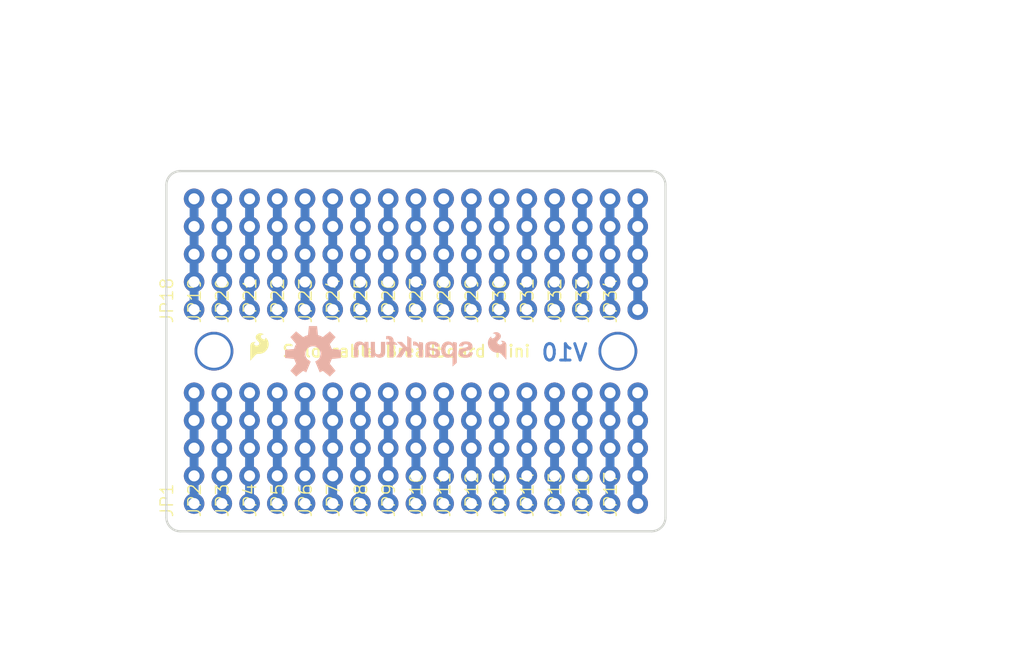
<source format=kicad_pcb>
(kicad_pcb (version 20221018) (generator pcbnew)
  (layers (0 "F.Cu" signal) (31 "B.Cu" signal) (34 "B.Paste" user) (35 "F.Paste" user) (36 "B.SilkS" user "B.Silkscreen") (37 "F.SilkS" user "F.Silkscreen") (38 "B.Mask" user) (39 "F.Mask" user) (44 "Edge.Cuts" user))
  (net 0 "")
  (net 1 "N$1")
  (net 2 "N$2")
  (net 3 "N$3")
  (net 4 "N$4")
  (net 5 "N$5")
  (net 6 "N$6")
  (net 7 "N$7")
  (net 8 "N$8")
  (net 9 "N$9")
  (net 10 "N$10")
  (net 11 "N$11")
  (net 12 "N$12")
  (net 13 "N$13")
  (net 14 "N$14")
  (net 15 "N$15")
  (net 16 "N$16")
  (net 17 "N$17")
  (net 18 "N$18")
  (net 19 "N$19")
  (net 20 "N$20")
  (net 21 "N$21")
  (net 22 "N$22")
  (net 23 "N$23")
  (net 24 "N$24")
  (net 25 "N$25")
  (net 26 "N$26")
  (net 27 "N$27")
  (net 28 "N$28")
  (net 29 "N$29")
  (net 30 "N$30")
  (net 31 "N$31")
  (net 32 "N$32")
  (net 33 "N$33")
  (net 34 "N$34")
  (net 35 "N$35")
  (net 36 "N$36")
  (footprint "working:1X05_NO_SILK" (layer "F.Cu") (at 151.0411 118.9736 90)
    (fp_text reference "JP10" (at -1.3462 -1.8288 90) (layer "F.SilkS") (effects (font (size 1.143 1.143) (thickness 0.127)) (justify left bottom)))
    (fp_text value " ")
    (pad "1" thru_hole circle (at 0 0 180) (size 1.8796 1.8796) (drill 1.016) (layers "*.Cu" "*.Mask") (net 10 "N$10"))
    (pad "2" thru_hole circle (at 2.54 0 180) (size 1.8796 1.8796) (drill 1.016) (layers "*.Cu" "*.Mask") (net 10 "N$10"))
    (pad "3" thru_hole circle (at 5.08 0 180) (size 1.8796 1.8796) (drill 1.016) (layers "*.Cu" "*.Mask") (net 10 "N$10"))
    (pad "4" thru_hole circle (at 7.62 0 180) (size 1.8796 1.8796) (drill 1.016) (layers "*.Cu" "*.Mask") (net 10 "N$10"))
    (pad "5" thru_hole circle (at 10.16 0 180) (size 1.8796 1.8796) (drill 1.016) (layers "*.Cu" "*.Mask") (net 10 "N$10"))
  )
  (footprint "working:1X05_NO_SILK" (layer "F.Cu") (at 138.3411 118.9736 90)
    (fp_text reference "JP5" (at -1.3462 -1.8288 90) (layer "F.SilkS") (effects (font (size 1.143 1.143) (thickness 0.127)) (justify left bottom)))
    (fp_text value " ")
    (pad "1" thru_hole circle (at 0 0 180) (size 1.8796 1.8796) (drill 1.016) (layers "*.Cu" "*.Mask") (net 5 "N$5"))
    (pad "2" thru_hole circle (at 2.54 0 180) (size 1.8796 1.8796) (drill 1.016) (layers "*.Cu" "*.Mask") (net 5 "N$5"))
    (pad "3" thru_hole circle (at 5.08 0 180) (size 1.8796 1.8796) (drill 1.016) (layers "*.Cu" "*.Mask") (net 5 "N$5"))
    (pad "4" thru_hole circle (at 7.62 0 180) (size 1.8796 1.8796) (drill 1.016) (layers "*.Cu" "*.Mask") (net 5 "N$5"))
    (pad "5" thru_hole circle (at 10.16 0 180) (size 1.8796 1.8796) (drill 1.016) (layers "*.Cu" "*.Mask") (net 5 "N$5"))
  )
  (footprint "working:1X05_NO_SILK" (layer "F.Cu") (at 128.1811 101.1936 90)
    (fp_text reference "JP18" (at -1.3462 -1.8288 90) (layer "F.SilkS") (effects (font (size 1.143 1.143) (thickness 0.127)) (justify left bottom)))
    (fp_text value " ")
    (pad "1" thru_hole circle (at 0 0 180) (size 1.8796 1.8796) (drill 1.016) (layers "*.Cu" "*.Mask") (net 18 "N$18"))
    (pad "2" thru_hole circle (at 2.54 0 180) (size 1.8796 1.8796) (drill 1.016) (layers "*.Cu" "*.Mask") (net 18 "N$18"))
    (pad "3" thru_hole circle (at 5.08 0 180) (size 1.8796 1.8796) (drill 1.016) (layers "*.Cu" "*.Mask") (net 18 "N$18"))
    (pad "4" thru_hole circle (at 7.62 0 180) (size 1.8796 1.8796) (drill 1.016) (layers "*.Cu" "*.Mask") (net 18 "N$18"))
    (pad "5" thru_hole circle (at 10.16 0 180) (size 1.8796 1.8796) (drill 1.016) (layers "*.Cu" "*.Mask") (net 18 "N$18"))
  )
  (footprint "working:1X05_NO_SILK" (layer "F.Cu") (at 166.2811 101.1936 90)
    (fp_text reference "JP33" (at -1.3462 -1.8288 90) (layer "F.SilkS") (effects (font (size 1.143 1.143) (thickness 0.127)) (justify left bottom)))
    (fp_text value " ")
    (pad "1" thru_hole circle (at 0 0 180) (size 1.8796 1.8796) (drill 1.016) (layers "*.Cu" "*.Mask") (net 33 "N$33"))
    (pad "2" thru_hole circle (at 2.54 0 180) (size 1.8796 1.8796) (drill 1.016) (layers "*.Cu" "*.Mask") (net 33 "N$33"))
    (pad "3" thru_hole circle (at 5.08 0 180) (size 1.8796 1.8796) (drill 1.016) (layers "*.Cu" "*.Mask") (net 33 "N$33"))
    (pad "4" thru_hole circle (at 7.62 0 180) (size 1.8796 1.8796) (drill 1.016) (layers "*.Cu" "*.Mask") (net 33 "N$33"))
    (pad "5" thru_hole circle (at 10.16 0 180) (size 1.8796 1.8796) (drill 1.016) (layers "*.Cu" "*.Mask") (net 33 "N$33"))
  )
  (footprint "working:1X05_NO_SILK" (layer "F.Cu") (at 140.8811 101.1936 90)
    (fp_text reference "JP23" (at -1.3462 -1.8288 90) (layer "F.SilkS") (effects (font (size 1.143 1.143) (thickness 0.127)) (justify left bottom)))
    (fp_text value " ")
    (pad "1" thru_hole circle (at 0 0 180) (size 1.8796 1.8796) (drill 1.016) (layers "*.Cu" "*.Mask") (net 23 "N$23"))
    (pad "2" thru_hole circle (at 2.54 0 180) (size 1.8796 1.8796) (drill 1.016) (layers "*.Cu" "*.Mask") (net 23 "N$23"))
    (pad "3" thru_hole circle (at 5.08 0 180) (size 1.8796 1.8796) (drill 1.016) (layers "*.Cu" "*.Mask") (net 23 "N$23"))
    (pad "4" thru_hole circle (at 7.62 0 180) (size 1.8796 1.8796) (drill 1.016) (layers "*.Cu" "*.Mask") (net 23 "N$23"))
    (pad "5" thru_hole circle (at 10.16 0 180) (size 1.8796 1.8796) (drill 1.016) (layers "*.Cu" "*.Mask") (net 23 "N$23"))
  )
  (footprint "working:1X05_NO_SILK" (layer "F.Cu") (at 158.6611 101.1936 90)
    (fp_text reference "JP30" (at -1.3462 -1.8288 90) (layer "F.SilkS") (effects (font (size 1.143 1.143) (thickness 0.127)) (justify left bottom)))
    (fp_text value " ")
    (pad "1" thru_hole circle (at 0 0 180) (size 1.8796 1.8796) (drill 1.016) (layers "*.Cu" "*.Mask") (net 30 "N$30"))
    (pad "2" thru_hole circle (at 2.54 0 180) (size 1.8796 1.8796) (drill 1.016) (layers "*.Cu" "*.Mask") (net 30 "N$30"))
    (pad "3" thru_hole circle (at 5.08 0 180) (size 1.8796 1.8796) (drill 1.016) (layers "*.Cu" "*.Mask") (net 30 "N$30"))
    (pad "4" thru_hole circle (at 7.62 0 180) (size 1.8796 1.8796) (drill 1.016) (layers "*.Cu" "*.Mask") (net 30 "N$30"))
    (pad "5" thru_hole circle (at 10.16 0 180) (size 1.8796 1.8796) (drill 1.016) (layers "*.Cu" "*.Mask") (net 30 "N$30"))
  )
  (footprint "working:1X05_NO_SILK" (layer "F.Cu") (at 151.0411 101.1936 90)
    (fp_text reference "JP27" (at -1.3462 -1.8288 90) (layer "F.SilkS") (effects (font (size 1.143 1.143) (thickness 0.127)) (justify left bottom)))
    (fp_text value " ")
    (pad "1" thru_hole circle (at 0 0 180) (size 1.8796 1.8796) (drill 1.016) (layers "*.Cu" "*.Mask") (net 27 "N$27"))
    (pad "2" thru_hole circle (at 2.54 0 180) (size 1.8796 1.8796) (drill 1.016) (layers "*.Cu" "*.Mask") (net 27 "N$27"))
    (pad "3" thru_hole circle (at 5.08 0 180) (size 1.8796 1.8796) (drill 1.016) (layers "*.Cu" "*.Mask") (net 27 "N$27"))
    (pad "4" thru_hole circle (at 7.62 0 180) (size 1.8796 1.8796) (drill 1.016) (layers "*.Cu" "*.Mask") (net 27 "N$27"))
    (pad "5" thru_hole circle (at 10.16 0 180) (size 1.8796 1.8796) (drill 1.016) (layers "*.Cu" "*.Mask") (net 27 "N$27"))
  )
  (footprint "working:1X05_NO_SILK" (layer "F.Cu") (at 153.5811 101.1936 90)
    (fp_text reference "JP28" (at -1.3462 -1.8288 90) (layer "F.SilkS") (effects (font (size 1.143 1.143) (thickness 0.127)) (justify left bottom)))
    (fp_text value " ")
    (pad "1" thru_hole circle (at 0 0 180) (size 1.8796 1.8796) (drill 1.016) (layers "*.Cu" "*.Mask") (net 28 "N$28"))
    (pad "2" thru_hole circle (at 2.54 0 180) (size 1.8796 1.8796) (drill 1.016) (layers "*.Cu" "*.Mask") (net 28 "N$28"))
    (pad "3" thru_hole circle (at 5.08 0 180) (size 1.8796 1.8796) (drill 1.016) (layers "*.Cu" "*.Mask") (net 28 "N$28"))
    (pad "4" thru_hole circle (at 7.62 0 180) (size 1.8796 1.8796) (drill 1.016) (layers "*.Cu" "*.Mask") (net 28 "N$28"))
    (pad "5" thru_hole circle (at 10.16 0 180) (size 1.8796 1.8796) (drill 1.016) (layers "*.Cu" "*.Mask") (net 28 "N$28"))
  )
  (footprint "working:1X05_NO_SILK" (layer "F.Cu") (at 130.7211 118.9736 90)
    (fp_text reference "JP2" (at -1.3462 -1.8288 90) (layer "F.SilkS") (effects (font (size 1.143 1.143) (thickness 0.127)) (justify left bottom)))
    (fp_text value " ")
    (pad "1" thru_hole circle (at 0 0 180) (size 1.8796 1.8796) (drill 1.016) (layers "*.Cu" "*.Mask") (net 2 "N$2"))
    (pad "2" thru_hole circle (at 2.54 0 180) (size 1.8796 1.8796) (drill 1.016) (layers "*.Cu" "*.Mask") (net 2 "N$2"))
    (pad "3" thru_hole circle (at 5.08 0 180) (size 1.8796 1.8796) (drill 1.016) (layers "*.Cu" "*.Mask") (net 2 "N$2"))
    (pad "4" thru_hole circle (at 7.62 0 180) (size 1.8796 1.8796) (drill 1.016) (layers "*.Cu" "*.Mask") (net 2 "N$2"))
    (pad "5" thru_hole circle (at 10.16 0 180) (size 1.8796 1.8796) (drill 1.016) (layers "*.Cu" "*.Mask") (net 2 "N$2"))
  )
  (footprint "working:1X05_NO_SILK" (layer "F.Cu") (at 168.8211 118.9736 90)
    (fp_text reference "JP17" (at -1.3462 -1.8288 90) (layer "F.SilkS") (effects (font (size 1.143 1.143) (thickness 0.127)) (justify left bottom)))
    (fp_text value " ")
    (pad "1" thru_hole circle (at 0 0 180) (size 1.8796 1.8796) (drill 1.016) (layers "*.Cu" "*.Mask") (net 17 "N$17"))
    (pad "2" thru_hole circle (at 2.54 0 180) (size 1.8796 1.8796) (drill 1.016) (layers "*.Cu" "*.Mask") (net 17 "N$17"))
    (pad "3" thru_hole circle (at 5.08 0 180) (size 1.8796 1.8796) (drill 1.016) (layers "*.Cu" "*.Mask") (net 17 "N$17"))
    (pad "4" thru_hole circle (at 7.62 0 180) (size 1.8796 1.8796) (drill 1.016) (layers "*.Cu" "*.Mask") (net 17 "N$17"))
    (pad "5" thru_hole circle (at 10.16 0 180) (size 1.8796 1.8796) (drill 1.016) (layers "*.Cu" "*.Mask") (net 17 "N$17"))
  )
  (footprint "working:1X05_NO_SILK" (layer "F.Cu") (at 135.8011 118.9736 90)
    (fp_text reference "JP4" (at -1.3462 -1.8288 90) (layer "F.SilkS") (effects (font (size 1.143 1.143) (thickness 0.127)) (justify left bottom)))
    (fp_text value " ")
    (pad "1" thru_hole circle (at 0 0 180) (size 1.8796 1.8796) (drill 1.016) (layers "*.Cu" "*.Mask") (net 4 "N$4"))
    (pad "2" thru_hole circle (at 2.54 0 180) (size 1.8796 1.8796) (drill 1.016) (layers "*.Cu" "*.Mask") (net 4 "N$4"))
    (pad "3" thru_hole circle (at 5.08 0 180) (size 1.8796 1.8796) (drill 1.016) (layers "*.Cu" "*.Mask") (net 4 "N$4"))
    (pad "4" thru_hole circle (at 7.62 0 180) (size 1.8796 1.8796) (drill 1.016) (layers "*.Cu" "*.Mask") (net 4 "N$4"))
    (pad "5" thru_hole circle (at 10.16 0 180) (size 1.8796 1.8796) (drill 1.016) (layers "*.Cu" "*.Mask") (net 4 "N$4"))
  )
  (footprint "working:SFE_LOGO_FLAME_.1" (layer "F.Cu") (at 133.0061 106.2486)
    (fp_text reference "LOGO3" hide)
    (fp_text value "SFE_LOGO_FLAME.1_INCH" hide)
  )
  (footprint "working:1X05_NO_SILK" (layer "F.Cu") (at 166.2811 118.9736 90)
    (fp_text reference "JP16" (at -1.3462 -1.8288 90) (layer "F.SilkS") (effects (font (size 1.143 1.143) (thickness 0.127)) (justify left bottom)))
    (fp_text value " ")
    (pad "1" thru_hole circle (at 0 0 180) (size 1.8796 1.8796) (drill 1.016) (layers "*.Cu" "*.Mask") (net 16 "N$16"))
    (pad "2" thru_hole circle (at 2.54 0 180) (size 1.8796 1.8796) (drill 1.016) (layers "*.Cu" "*.Mask") (net 16 "N$16"))
    (pad "3" thru_hole circle (at 5.08 0 180) (size 1.8796 1.8796) (drill 1.016) (layers "*.Cu" "*.Mask") (net 16 "N$16"))
    (pad "4" thru_hole circle (at 7.62 0 180) (size 1.8796 1.8796) (drill 1.016) (layers "*.Cu" "*.Mask") (net 16 "N$16"))
    (pad "5" thru_hole circle (at 10.16 0 180) (size 1.8796 1.8796) (drill 1.016) (layers "*.Cu" "*.Mask") (net 16 "N$16"))
  )
  (footprint "working:1X05_NO_SILK" (layer "F.Cu") (at 148.5011 118.9736 90)
    (fp_text reference "JP9" (at -1.3462 -1.8288 90) (layer "F.SilkS") (effects (font (size 1.143 1.143) (thickness 0.127)) (justify left bottom)))
    (fp_text value " ")
    (pad "1" thru_hole circle (at 0 0 180) (size 1.8796 1.8796) (drill 1.016) (layers "*.Cu" "*.Mask") (net 9 "N$9"))
    (pad "2" thru_hole circle (at 2.54 0 180) (size 1.8796 1.8796) (drill 1.016) (layers "*.Cu" "*.Mask") (net 9 "N$9"))
    (pad "3" thru_hole circle (at 5.08 0 180) (size 1.8796 1.8796) (drill 1.016) (layers "*.Cu" "*.Mask") (net 9 "N$9"))
    (pad "4" thru_hole circle (at 7.62 0 180) (size 1.8796 1.8796) (drill 1.016) (layers "*.Cu" "*.Mask") (net 9 "N$9"))
    (pad "5" thru_hole circle (at 10.16 0 180) (size 1.8796 1.8796) (drill 1.016) (layers "*.Cu" "*.Mask") (net 9 "N$9"))
  )
  (footprint "working:1X05_NO_SILK" (layer "F.Cu") (at 133.2611 118.9736 90)
    (fp_text reference "JP3" (at -1.3462 -1.8288 90) (layer "F.SilkS") (effects (font (size 1.143 1.143) (thickness 0.127)) (justify left bottom)))
    (fp_text value " ")
    (pad "1" thru_hole circle (at 0 0 180) (size 1.8796 1.8796) (drill 1.016) (layers "*.Cu" "*.Mask") (net 3 "N$3"))
    (pad "2" thru_hole circle (at 2.54 0 180) (size 1.8796 1.8796) (drill 1.016) (layers "*.Cu" "*.Mask") (net 3 "N$3"))
    (pad "3" thru_hole circle (at 5.08 0 180) (size 1.8796 1.8796) (drill 1.016) (layers "*.Cu" "*.Mask") (net 3 "N$3"))
    (pad "4" thru_hole circle (at 7.62 0 180) (size 1.8796 1.8796) (drill 1.016) (layers "*.Cu" "*.Mask") (net 3 "N$3"))
    (pad "5" thru_hole circle (at 10.16 0 180) (size 1.8796 1.8796) (drill 1.016) (layers "*.Cu" "*.Mask") (net 3 "N$3"))
  )
  (footprint "working:1X05_NO_SILK" (layer "F.Cu") (at 156.1211 118.9736 90)
    (fp_text reference "JP12" (at -1.3462 -1.8288 90) (layer "F.SilkS") (effects (font (size 1.143 1.143) (thickness 0.127)) (justify left bottom)))
    (fp_text value " ")
    (pad "1" thru_hole circle (at 0 0 180) (size 1.8796 1.8796) (drill 1.016) (layers "*.Cu" "*.Mask") (net 12 "N$12"))
    (pad "2" thru_hole circle (at 2.54 0 180) (size 1.8796 1.8796) (drill 1.016) (layers "*.Cu" "*.Mask") (net 12 "N$12"))
    (pad "3" thru_hole circle (at 5.08 0 180) (size 1.8796 1.8796) (drill 1.016) (layers "*.Cu" "*.Mask") (net 12 "N$12"))
    (pad "4" thru_hole circle (at 7.62 0 180) (size 1.8796 1.8796) (drill 1.016) (layers "*.Cu" "*.Mask") (net 12 "N$12"))
    (pad "5" thru_hole circle (at 10.16 0 180) (size 1.8796 1.8796) (drill 1.016) (layers "*.Cu" "*.Mask") (net 12 "N$12"))
  )
  (footprint "working:1X05_NO_SILK" (layer "F.Cu") (at 130.7211 101.1936 90)
    (fp_text reference "JP19" (at -1.3462 -1.8288 90) (layer "F.SilkS") (effects (font (size 1.143 1.143) (thickness 0.127)) (justify left bottom)))
    (fp_text value " ")
    (pad "1" thru_hole circle (at 0 0 180) (size 1.8796 1.8796) (drill 1.016) (layers "*.Cu" "*.Mask") (net 19 "N$19"))
    (pad "2" thru_hole circle (at 2.54 0 180) (size 1.8796 1.8796) (drill 1.016) (layers "*.Cu" "*.Mask") (net 19 "N$19"))
    (pad "3" thru_hole circle (at 5.08 0 180) (size 1.8796 1.8796) (drill 1.016) (layers "*.Cu" "*.Mask") (net 19 "N$19"))
    (pad "4" thru_hole circle (at 7.62 0 180) (size 1.8796 1.8796) (drill 1.016) (layers "*.Cu" "*.Mask") (net 19 "N$19"))
    (pad "5" thru_hole circle (at 10.16 0 180) (size 1.8796 1.8796) (drill 1.016) (layers "*.Cu" "*.Mask") (net 19 "N$19"))
  )
  (footprint "working:1X05_NO_SILK" (layer "F.Cu") (at 168.8211 101.1936 90)
    (fp_text reference "JP34" (at -1.3462 -1.8288 90) (layer "F.SilkS") (effects (font (size 1.143 1.143) (thickness 0.127)) (justify left bottom)))
    (fp_text value " ")
    (pad "1" thru_hole circle (at 0 0 180) (size 1.8796 1.8796) (drill 1.016) (layers "*.Cu" "*.Mask") (net 34 "N$34"))
    (pad "2" thru_hole circle (at 2.54 0 180) (size 1.8796 1.8796) (drill 1.016) (layers "*.Cu" "*.Mask") (net 34 "N$34"))
    (pad "3" thru_hole circle (at 5.08 0 180) (size 1.8796 1.8796) (drill 1.016) (layers "*.Cu" "*.Mask") (net 34 "N$34"))
    (pad "4" thru_hole circle (at 7.62 0 180) (size 1.8796 1.8796) (drill 1.016) (layers "*.Cu" "*.Mask") (net 34 "N$34"))
    (pad "5" thru_hole circle (at 10.16 0 180) (size 1.8796 1.8796) (drill 1.016) (layers "*.Cu" "*.Mask") (net 34 "N$34"))
  )
  (footprint "working:CREATIVE_COMMONS" (layer "F.Cu") (at 130.7211 131.6736)
    (fp_text reference "FRAME1" hide)
    (fp_text value "FRAME-LETTER" hide)
  )
  (footprint "working:1X05_NO_SILK" (layer "F.Cu") (at 161.2011 118.9736 90)
    (fp_text reference "JP14" (at -1.3462 -1.8288 90) (layer "F.SilkS") (effects (font (size 1.143 1.143) (thickness 0.127)) (justify left bottom)))
    (fp_text value " ")
    (pad "1" thru_hole circle (at 0 0 180) (size 1.8796 1.8796) (drill 1.016) (layers "*.Cu" "*.Mask") (net 14 "N$14"))
    (pad "2" thru_hole circle (at 2.54 0 180) (size 1.8796 1.8796) (drill 1.016) (layers "*.Cu" "*.Mask") (net 14 "N$14"))
    (pad "3" thru_hole circle (at 5.08 0 180) (size 1.8796 1.8796) (drill 1.016) (layers "*.Cu" "*.Mask") (net 14 "N$14"))
    (pad "4" thru_hole circle (at 7.62 0 180) (size 1.8796 1.8796) (drill 1.016) (layers "*.Cu" "*.Mask") (net 14 "N$14"))
    (pad "5" thru_hole circle (at 10.16 0 180) (size 1.8796 1.8796) (drill 1.016) (layers "*.Cu" "*.Mask") (net 14 "N$14"))
  )
  (footprint "working:1X05_NO_SILK" (layer "F.Cu") (at 163.7411 101.1936 90)
    (fp_text reference "JP32" (at -1.3462 -1.8288 90) (layer "F.SilkS") (effects (font (size 1.143 1.143) (thickness 0.127)) (justify left bottom)))
    (fp_text value " ")
    (pad "1" thru_hole circle (at 0 0 180) (size 1.8796 1.8796) (drill 1.016) (layers "*.Cu" "*.Mask") (net 32 "N$32"))
    (pad "2" thru_hole circle (at 2.54 0 180) (size 1.8796 1.8796) (drill 1.016) (layers "*.Cu" "*.Mask") (net 32 "N$32"))
    (pad "3" thru_hole circle (at 5.08 0 180) (size 1.8796 1.8796) (drill 1.016) (layers "*.Cu" "*.Mask") (net 32 "N$32"))
    (pad "4" thru_hole circle (at 7.62 0 180) (size 1.8796 1.8796) (drill 1.016) (layers "*.Cu" "*.Mask") (net 32 "N$32"))
    (pad "5" thru_hole circle (at 10.16 0 180) (size 1.8796 1.8796) (drill 1.016) (layers "*.Cu" "*.Mask") (net 32 "N$32"))
  )
  (footprint "working:1X05_NO_SILK" (layer "F.Cu") (at 145.9611 118.9736 90)
    (fp_text reference "JP8" (at -1.3462 -1.8288 90) (layer "F.SilkS") (effects (font (size 1.143 1.143) (thickness 0.127)) (justify left bottom)))
    (fp_text value " ")
    (pad "1" thru_hole circle (at 0 0 180) (size 1.8796 1.8796) (drill 1.016) (layers "*.Cu" "*.Mask") (net 8 "N$8"))
    (pad "2" thru_hole circle (at 2.54 0 180) (size 1.8796 1.8796) (drill 1.016) (layers "*.Cu" "*.Mask") (net 8 "N$8"))
    (pad "3" thru_hole circle (at 5.08 0 180) (size 1.8796 1.8796) (drill 1.016) (layers "*.Cu" "*.Mask") (net 8 "N$8"))
    (pad "4" thru_hole circle (at 7.62 0 180) (size 1.8796 1.8796) (drill 1.016) (layers "*.Cu" "*.Mask") (net 8 "N$8"))
    (pad "5" thru_hole circle (at 10.16 0 180) (size 1.8796 1.8796) (drill 1.016) (layers "*.Cu" "*.Mask") (net 8 "N$8"))
  )
  (footprint "working:1X05_NO_SILK" (layer "F.Cu") (at 156.1211 101.1936 90)
    (fp_text reference "JP29" (at -1.3462 -1.8288 90) (layer "F.SilkS") (effects (font (size 1.143 1.143) (thickness 0.127)) (justify left bottom)))
    (fp_text value " ")
    (pad "1" thru_hole circle (at 0 0 180) (size 1.8796 1.8796) (drill 1.016) (layers "*.Cu" "*.Mask") (net 29 "N$29"))
    (pad "2" thru_hole circle (at 2.54 0 180) (size 1.8796 1.8796) (drill 1.016) (layers "*.Cu" "*.Mask") (net 29 "N$29"))
    (pad "3" thru_hole circle (at 5.08 0 180) (size 1.8796 1.8796) (drill 1.016) (layers "*.Cu" "*.Mask") (net 29 "N$29"))
    (pad "4" thru_hole circle (at 7.62 0 180) (size 1.8796 1.8796) (drill 1.016) (layers "*.Cu" "*.Mask") (net 29 "N$29"))
    (pad "5" thru_hole circle (at 10.16 0 180) (size 1.8796 1.8796) (drill 1.016) (layers "*.Cu" "*.Mask") (net 29 "N$29"))
  )
  (footprint "working:1X05_NO_SILK" (layer "F.Cu") (at 153.5811 118.9736 90)
    (fp_text reference "JP11" (at -1.3462 -1.8288 90) (layer "F.SilkS") (effects (font (size 1.143 1.143) (thickness 0.127)) (justify left bottom)))
    (fp_text value " ")
    (pad "1" thru_hole circle (at 0 0 180) (size 1.8796 1.8796) (drill 1.016) (layers "*.Cu" "*.Mask") (net 11 "N$11"))
    (pad "2" thru_hole circle (at 2.54 0 180) (size 1.8796 1.8796) (drill 1.016) (layers "*.Cu" "*.Mask") (net 11 "N$11"))
    (pad "3" thru_hole circle (at 5.08 0 180) (size 1.8796 1.8796) (drill 1.016) (layers "*.Cu" "*.Mask") (net 11 "N$11"))
    (pad "4" thru_hole circle (at 7.62 0 180) (size 1.8796 1.8796) (drill 1.016) (layers "*.Cu" "*.Mask") (net 11 "N$11"))
    (pad "5" thru_hole circle (at 10.16 0 180) (size 1.8796 1.8796) (drill 1.016) (layers "*.Cu" "*.Mask") (net 11 "N$11"))
  )
  (footprint "working:1X05_NO_SILK" (layer "F.Cu") (at 140.8811 118.9736 90)
    (fp_text reference "JP6" (at -1.3462 -1.8288 90) (layer "F.SilkS") (effects (font (size 1.143 1.143) (thickness 0.127)) (justify left bottom)))
    (fp_text value " ")
    (pad "1" thru_hole circle (at 0 0 180) (size 1.8796 1.8796) (drill 1.016) (layers "*.Cu" "*.Mask") (net 6 "N$6"))
    (pad "2" thru_hole circle (at 2.54 0 180) (size 1.8796 1.8796) (drill 1.016) (layers "*.Cu" "*.Mask") (net 6 "N$6"))
    (pad "3" thru_hole circle (at 5.08 0 180) (size 1.8796 1.8796) (drill 1.016) (layers "*.Cu" "*.Mask") (net 6 "N$6"))
    (pad "4" thru_hole circle (at 7.62 0 180) (size 1.8796 1.8796) (drill 1.016) (layers "*.Cu" "*.Mask") (net 6 "N$6"))
    (pad "5" thru_hole circle (at 10.16 0 180) (size 1.8796 1.8796) (drill 1.016) (layers "*.Cu" "*.Mask") (net 6 "N$6"))
  )
  (footprint "working:1X05_NO_SILK" (layer "F.Cu") (at 143.4211 118.9736 90)
    (fp_text reference "JP7" (at -1.3462 -1.8288 90) (layer "F.SilkS") (effects (font (size 1.143 1.143) (thickness 0.127)) (justify left bottom)))
    (fp_text value " ")
    (pad "1" thru_hole circle (at 0 0 180) (size 1.8796 1.8796) (drill 1.016) (layers "*.Cu" "*.Mask") (net 7 "N$7"))
    (pad "2" thru_hole circle (at 2.54 0 180) (size 1.8796 1.8796) (drill 1.016) (layers "*.Cu" "*.Mask") (net 7 "N$7"))
    (pad "3" thru_hole circle (at 5.08 0 180) (size 1.8796 1.8796) (drill 1.016) (layers "*.Cu" "*.Mask") (net 7 "N$7"))
    (pad "4" thru_hole circle (at 7.62 0 180) (size 1.8796 1.8796) (drill 1.016) (layers "*.Cu" "*.Mask") (net 7 "N$7"))
    (pad "5" thru_hole circle (at 10.16 0 180) (size 1.8796 1.8796) (drill 1.016) (layers "*.Cu" "*.Mask") (net 7 "N$7"))
  )
  (footprint "working:1X05_NO_SILK" (layer "F.Cu") (at 145.9611 101.1936 90)
    (fp_text reference "JP25" (at -1.3462 -1.8288 90) (layer "F.SilkS") (effects (font (size 1.143 1.143) (thickness 0.127)) (justify left bottom)))
    (fp_text value " ")
    (pad "1" thru_hole circle (at 0 0 180) (size 1.8796 1.8796) (drill 1.016) (layers "*.Cu" "*.Mask") (net 25 "N$25"))
    (pad "2" thru_hole circle (at 2.54 0 180) (size 1.8796 1.8796) (drill 1.016) (layers "*.Cu" "*.Mask") (net 25 "N$25"))
    (pad "3" thru_hole circle (at 5.08 0 180) (size 1.8796 1.8796) (drill 1.016) (layers "*.Cu" "*.Mask") (net 25 "N$25"))
    (pad "4" thru_hole circle (at 7.62 0 180) (size 1.8796 1.8796) (drill 1.016) (layers "*.Cu" "*.Mask") (net 25 "N$25"))
    (pad "5" thru_hole circle (at 10.16 0 180) (size 1.8796 1.8796) (drill 1.016) (layers "*.Cu" "*.Mask") (net 25 "N$25"))
  )
  (footprint "working:1X05_NO_SILK" (layer "F.Cu") (at 148.5011 101.1936 90)
    (fp_text reference "JP26" (at -1.3462 -1.8288 90) (layer "F.SilkS") (effects (font (size 1.143 1.143) (thickness 0.127)) (justify left bottom)))
    (fp_text value " ")
    (pad "1" thru_hole circle (at 0 0 180) (size 1.8796 1.8796) (drill 1.016) (layers "*.Cu" "*.Mask") (net 26 "N$26"))
    (pad "2" thru_hole circle (at 2.54 0 180) (size 1.8796 1.8796) (drill 1.016) (layers "*.Cu" "*.Mask") (net 26 "N$26"))
    (pad "3" thru_hole circle (at 5.08 0 180) (size 1.8796 1.8796) (drill 1.016) (layers "*.Cu" "*.Mask") (net 26 "N$26"))
    (pad "4" thru_hole circle (at 7.62 0 180) (size 1.8796 1.8796) (drill 1.016) (layers "*.Cu" "*.Mask") (net 26 "N$26"))
    (pad "5" thru_hole circle (at 10.16 0 180) (size 1.8796 1.8796) (drill 1.016) (layers "*.Cu" "*.Mask") (net 26 "N$26"))
  )
  (footprint "working:1X05_NO_SILK" (layer "F.Cu") (at 161.2011 101.1936 90)
    (fp_text reference "JP31" (at -1.3462 -1.8288 90) (layer "F.SilkS") (effects (font (size 1.143 1.143) (thickness 0.127)) (justify left bottom)))
    (fp_text value " ")
    (pad "1" thru_hole circle (at 0 0 180) (size 1.8796 1.8796) (drill 1.016) (layers "*.Cu" "*.Mask") (net 31 "N$31"))
    (pad "2" thru_hole circle (at 2.54 0 180) (size 1.8796 1.8796) (drill 1.016) (layers "*.Cu" "*.Mask") (net 31 "N$31"))
    (pad "3" thru_hole circle (at 5.08 0 180) (size 1.8796 1.8796) (drill 1.016) (layers "*.Cu" "*.Mask") (net 31 "N$31"))
    (pad "4" thru_hole circle (at 7.62 0 180) (size 1.8796 1.8796) (drill 1.016) (layers "*.Cu" "*.Mask") (net 31 "N$31"))
    (pad "5" thru_hole circle (at 10.16 0 180) (size 1.8796 1.8796) (drill 1.016) (layers "*.Cu" "*.Mask") (net 31 "N$31"))
  )
  (footprint "working:1X05_NO_SILK" (layer "F.Cu") (at 133.2611 101.1936 90)
    (fp_text reference "JP20" (at -1.3462 -1.8288 90) (layer "F.SilkS") (effects (font (size 1.143 1.143) (thickness 0.127)) (justify left bottom)))
    (fp_text value " ")
    (pad "1" thru_hole circle (at 0 0 180) (size 1.8796 1.8796) (drill 1.016) (layers "*.Cu" "*.Mask") (net 20 "N$20"))
    (pad "2" thru_hole circle (at 2.54 0 180) (size 1.8796 1.8796) (drill 1.016) (layers "*.Cu" "*.Mask") (net 20 "N$20"))
    (pad "3" thru_hole circle (at 5.08 0 180) (size 1.8796 1.8796) (drill 1.016) (layers "*.Cu" "*.Mask") (net 20 "N$20"))
    (pad "4" thru_hole circle (at 7.62 0 180) (size 1.8796 1.8796) (drill 1.016) (layers "*.Cu" "*.Mask") (net 20 "N$20"))
    (pad "5" thru_hole circle (at 10.16 0 180) (size 1.8796 1.8796) (drill 1.016) (layers "*.Cu" "*.Mask") (net 20 "N$20"))
  )
  (footprint "working:1X05_NO_SILK" (layer "F.Cu") (at 143.4211 101.1936 90)
    (fp_text reference "JP24" (at -1.3462 -1.8288 90) (layer "F.SilkS") (effects (font (size 1.143 1.143) (thickness 0.127)) (justify left bottom)))
    (fp_text value " ")
    (pad "1" thru_hole circle (at 0 0 180) (size 1.8796 1.8796) (drill 1.016) (layers "*.Cu" "*.Mask") (net 24 "N$24"))
    (pad "2" thru_hole circle (at 2.54 0 180) (size 1.8796 1.8796) (drill 1.016) (layers "*.Cu" "*.Mask") (net 24 "N$24"))
    (pad "3" thru_hole circle (at 5.08 0 180) (size 1.8796 1.8796) (drill 1.016) (layers "*.Cu" "*.Mask") (net 24 "N$24"))
    (pad "4" thru_hole circle (at 7.62 0 180) (size 1.8796 1.8796) (drill 1.016) (layers "*.Cu" "*.Mask") (net 24 "N$24"))
    (pad "5" thru_hole circle (at 10.16 0 180) (size 1.8796 1.8796) (drill 1.016) (layers "*.Cu" "*.Mask") (net 24 "N$24"))
  )
  (footprint "working:1X05_NO_SILK" (layer "F.Cu") (at 135.8011 101.1936 90)
    (fp_text reference "JP21" (at -1.3462 -1.8288 90) (layer "F.SilkS") (effects (font (size 1.143 1.143) (thickness 0.127)) (justify left bottom)))
    (fp_text value " ")
    (pad "1" thru_hole circle (at 0 0 180) (size 1.8796 1.8796) (drill 1.016) (layers "*.Cu" "*.Mask") (net 21 "N$21"))
    (pad "2" thru_hole circle (at 2.54 0 180) (size 1.8796 1.8796) (drill 1.016) (layers "*.Cu" "*.Mask") (net 21 "N$21"))
    (pad "3" thru_hole circle (at 5.08 0 180) (size 1.8796 1.8796) (drill 1.016) (layers "*.Cu" "*.Mask") (net 21 "N$21"))
    (pad "4" thru_hole circle (at 7.62 0 180) (size 1.8796 1.8796) (drill 1.016) (layers "*.Cu" "*.Mask") (net 21 "N$21"))
    (pad "5" thru_hole circle (at 10.16 0 180) (size 1.8796 1.8796) (drill 1.016) (layers "*.Cu" "*.Mask") (net 21 "N$21"))
  )
  (footprint "working:1X05_NO_SILK" (layer "F.Cu") (at 163.7411 118.9736 90)
    (fp_text reference "JP15" (at -1.3462 -1.8288 90) (layer "F.SilkS") (effects (font (size 1.143 1.143) (thickness 0.127)) (justify left bottom)))
    (fp_text value " ")
    (pad "1" thru_hole circle (at 0 0 180) (size 1.8796 1.8796) (drill 1.016) (layers "*.Cu" "*.Mask") (net 15 "N$15"))
    (pad "2" thru_hole circle (at 2.54 0 180) (size 1.8796 1.8796) (drill 1.016) (layers "*.Cu" "*.Mask") (net 15 "N$15"))
    (pad "3" thru_hole circle (at 5.08 0 180) (size 1.8796 1.8796) (drill 1.016) (layers "*.Cu" "*.Mask") (net 15 "N$15"))
    (pad "4" thru_hole circle (at 7.62 0 180) (size 1.8796 1.8796) (drill 1.016) (layers "*.Cu" "*.Mask") (net 15 "N$15"))
    (pad "5" thru_hole circle (at 10.16 0 180) (size 1.8796 1.8796) (drill 1.016) (layers "*.Cu" "*.Mask") (net 15 "N$15"))
  )
  (footprint "working:1X05_NO_SILK" (layer "F.Cu") (at 128.1811 118.9736 90)
    (fp_text reference "JP1" (at -1.3462 -1.8288 90) (layer "F.SilkS") (effects (font (size 1.143 1.143) (thickness 0.127)) (justify left bottom)))
    (fp_text value " ")
    (pad "1" thru_hole circle (at 0 0 180) (size 1.8796 1.8796) (drill 1.016) (layers "*.Cu" "*.Mask") (net 1 "N$1"))
    (pad "2" thru_hole circle (at 2.54 0 180) (size 1.8796 1.8796) (drill 1.016) (layers "*.Cu" "*.Mask") (net 1 "N$1"))
    (pad "3" thru_hole circle (at 5.08 0 180) (size 1.8796 1.8796) (drill 1.016) (layers "*.Cu" "*.Mask") (net 1 "N$1"))
    (pad "4" thru_hole circle (at 7.62 0 180) (size 1.8796 1.8796) (drill 1.016) (layers "*.Cu" "*.Mask") (net 1 "N$1"))
    (pad "5" thru_hole circle (at 10.16 0 180) (size 1.8796 1.8796) (drill 1.016) (layers "*.Cu" "*.Mask") (net 1 "N$1"))
  )
  (footprint "working:1X05_NO_SILK" (layer "F.Cu") (at 158.6611 118.9736 90)
    (fp_text reference "JP13" (at -1.3462 -1.8288 90) (layer "F.SilkS") (effects (font (size 1.143 1.143) (thickness 0.127)) (justify left bottom)))
    (fp_text value " ")
    (pad "1" thru_hole circle (at 0 0 180) (size 1.8796 1.8796) (drill 1.016) (layers "*.Cu" "*.Mask") (net 13 "N$13"))
    (pad "2" thru_hole circle (at 2.54 0 180) (size 1.8796 1.8796) (drill 1.016) (layers "*.Cu" "*.Mask") (net 13 "N$13"))
    (pad "3" thru_hole circle (at 5.08 0 180) (size 1.8796 1.8796) (drill 1.016) (layers "*.Cu" "*.Mask") (net 13 "N$13"))
    (pad "4" thru_hole circle (at 7.62 0 180) (size 1.8796 1.8796) (drill 1.016) (layers "*.Cu" "*.Mask") (net 13 "N$13"))
    (pad "5" thru_hole circle (at 10.16 0 180) (size 1.8796 1.8796) (drill 1.016) (layers "*.Cu" "*.Mask") (net 13 "N$13"))
  )
  (footprint "working:1X05_NO_SILK" (layer "F.Cu") (at 138.3411 101.1936 90)
    (fp_text reference "JP22" (at -1.3462 -1.8288 90) (layer "F.SilkS") (effects (font (size 1.143 1.143) (thickness 0.127)) (justify left bottom)))
    (fp_text value " ")
    (pad "1" thru_hole circle (at 0 0 180) (size 1.8796 1.8796) (drill 1.016) (layers "*.Cu" "*.Mask") (net 22 "N$22"))
    (pad "2" thru_hole circle (at 2.54 0 180) (size 1.8796 1.8796) (drill 1.016) (layers "*.Cu" "*.Mask") (net 22 "N$22"))
    (pad "3" thru_hole circle (at 5.08 0 180) (size 1.8796 1.8796) (drill 1.016) (layers "*.Cu" "*.Mask") (net 22 "N$22"))
    (pad "4" thru_hole circle (at 7.62 0 180) (size 1.8796 1.8796) (drill 1.016) (layers "*.Cu" "*.Mask") (net 22 "N$22"))
    (pad "5" thru_hole circle (at 10.16 0 180) (size 1.8796 1.8796) (drill 1.016) (layers "*.Cu" "*.Mask") (net 22 "N$22"))
  )
  (footprint "working:SFE_LOGO_NAME_.1" (layer "B.Cu") (at 154.2161 106.9086 180)
    (fp_text reference "LOGO1" hide)
    (fp_text value "SFE_LOGO_NAME.1_INCH" hide)
  )
  (footprint "working:OSHW-LOGO-M" (layer "B.Cu") (at 139.0711 105.2576 180)
    (fp_text reference "LOGO2" hide)
    (fp_text value "OSHW-LOGOM" hide)
  )
  (footprint "working:SFE_LOGO_FLAME_.1" (layer "B.Cu") (at 157.1011 106.1486 180)
    (fp_text reference "LOGO4" hide)
    (fp_text value "SFE_LOGO_FLAME.1_INCH" hide)
  )
  (gr_arc (start 126.9111 121.5136) (mid 126.013074 121.141626) (end 125.6411 120.2436) (stroke (width 0.2032)) (layer "Edge.Cuts"))
  (gr_line (start 170.0911 88.4936) (end 126.9111 88.4936) (stroke (width 0.2032)) (layer "Edge.Cuts"))
  (gr_arc (start 125.6411 89.7636) (mid 126.013074 88.865574) (end 126.9111 88.4936) (stroke (width 0.2032)) (layer "Edge.Cuts"))
  (gr_arc (start 171.3611 120.2436) (mid 170.989126 121.141626) (end 170.0911 121.5136) (stroke (width 0.2032)) (layer "Edge.Cuts"))
  (gr_arc (start 170.0911 88.4936) (mid 170.989126 88.865574) (end 171.3611 89.7636) (stroke (width 0.2032)) (layer "Edge.Cuts"))
  (gr_line (start 125.6411 89.7636) (end 125.6411 120.2436) (stroke (width 0.2032)) (layer "Edge.Cuts"))
  (gr_line (start 126.9111 121.5136) (end 170.0911 121.5136) (stroke (width 0.2032)) (layer "Edge.Cuts"))
  (gr_line (start 171.3611 120.2436) (end 171.3611 89.7636) (stroke (width 0.2032)) (layer "Edge.Cuts"))
  (gr_text "V10" (at 164.3761 105.1306) (layer "B.Cu") (effects (font (size 1.5113 1.5113) (thickness 0.2667)) (justify left mirror)))
  (gr_text "Solderable Breadboard Mini" (at 136.1661 105.6386) (layer "F.SilkS") (effects (font (size 1.0795 1.0795) (thickness 0.1905)) (justify left bottom)))
  (segment (start 128.1811 116.4336) (end 128.1811 113.8936) (width 0.8128) (layer "B.Cu") (net 1))
  (segment (start 128.1811 111.3536) (end 128.1811 108.8136) (width 0.8128) (layer "B.Cu") (net 1))
  (segment (start 128.1811 118.9736) (end 128.1811 116.4336) (width 0.8128) (layer "B.Cu") (net 1))
  (segment (start 128.1811 113.8936) (end 128.1811 111.3536) (width 0.8128) (layer "B.Cu") (net 1))
  (segment (start 130.7211 116.4336) (end 130.7211 118.9736) (width 0.8128) (layer "B.Cu") (net 2))
  (segment (start 130.7211 111.3536) (end 130.7211 113.8936) (width 0.8128) (layer "B.Cu") (net 2))
  (segment (start 130.7211 113.8936) (end 130.7211 116.4336) (width 0.8128) (layer "B.Cu") (net 2))
  (segment (start 130.7211 108.8136) (end 130.7211 111.3536) (width 0.8128) (layer "B.Cu") (net 2))
  (segment (start 133.2611 113.8936) (end 133.2611 111.3536) (width 0.8128) (layer "B.Cu") (net 3))
  (segment (start 133.2611 118.9736) (end 133.2611 116.4336) (width 0.8128) (layer "B.Cu") (net 3))
  (segment (start 133.2611 116.4336) (end 133.2611 113.8936) (width 0.8128) (layer "B.Cu") (net 3))
  (segment (start 133.2611 111.3536) (end 133.2611 108.8136) (width 0.8128) (layer "B.Cu") (net 3))
  (segment (start 135.8011 111.3536) (end 135.8011 108.8136) (width 0.8128) (layer "B.Cu") (net 4))
  (segment (start 135.8011 116.4336) (end 135.8011 113.8936) (width 0.8128) (layer "B.Cu") (net 4))
  (segment (start 135.8011 113.8936) (end 135.8011 111.3536) (width 0.8128) (layer "B.Cu") (net 4))
  (segment (start 135.8011 118.9736) (end 135.8011 116.4336) (width 0.8128) (layer "B.Cu") (net 4))
  (segment (start 138.3411 116.4336) (end 138.3411 113.8936) (width 0.8128) (layer "B.Cu") (net 5))
  (segment (start 138.3411 111.3536) (end 138.3411 108.8136) (width 0.8128) (layer "B.Cu") (net 5))
  (segment (start 138.3411 113.8936) (end 138.3411 111.3536) (width 0.8128) (layer "B.Cu") (net 5))
  (segment (start 138.3411 118.9736) (end 138.3411 116.4336) (width 0.8128) (layer "B.Cu") (net 5))
  (segment (start 140.8811 111.3536) (end 140.8811 108.8136) (width 0.8128) (layer "B.Cu") (net 6))
  (segment (start 140.8811 116.4336) (end 140.8811 113.8936) (width 0.8128) (layer "B.Cu") (net 6))
  (segment (start 140.8811 113.8936) (end 140.8811 111.3536) (width 0.8128) (layer "B.Cu") (net 6))
  (segment (start 140.8811 118.9736) (end 140.8811 116.4336) (width 0.8128) (layer "B.Cu") (net 6))
  (segment (start 143.4211 111.3536) (end 143.4211 113.8936) (width 0.8128) (layer "B.Cu") (net 7))
  (segment (start 143.4211 113.8936) (end 143.4211 116.4336) (width 0.8128) (layer "B.Cu") (net 7))
  (segment (start 143.4211 108.8136) (end 143.4211 111.3536) (width 0.8128) (layer "B.Cu") (net 7))
  (segment (start 143.4211 116.4336) (end 143.4211 118.9736) (width 0.8128) (layer "B.Cu") (net 7))
  (segment (start 145.9611 113.8936) (end 145.9611 111.3536) (width 0.8128) (layer "B.Cu") (net 8))
  (segment (start 145.9611 116.4336) (end 145.9611 113.8936) (width 0.8128) (layer "B.Cu") (net 8))
  (segment (start 145.9611 111.3536) (end 145.9611 108.8136) (width 0.8128) (layer "B.Cu") (net 8))
  (segment (start 145.9611 118.9736) (end 145.9611 116.4336) (width 0.8128) (layer "B.Cu") (net 8))
  (segment (start 148.5011 113.8936) (end 148.5011 116.4336) (width 0.8128) (layer "B.Cu") (net 9))
  (segment (start 148.5011 111.3536) (end 148.5011 113.8936) (width 0.8128) (layer "B.Cu") (net 9))
  (segment (start 148.5011 116.4336) (end 148.5011 118.9736) (width 0.8128) (layer "B.Cu") (net 9))
  (segment (start 148.5011 108.8136) (end 148.5011 111.3536) (width 0.8128) (layer "B.Cu") (net 9))
  (segment (start 151.0411 111.3536) (end 151.0411 108.8136) (width 0.8128) (layer "B.Cu") (net 10))
  (segment (start 151.0411 113.8936) (end 151.0411 111.3536) (width 0.8128) (layer "B.Cu") (net 10))
  (segment (start 151.0411 118.9736) (end 151.0411 116.4336) (width 0.8128) (layer "B.Cu") (net 10))
  (segment (start 151.0411 116.4336) (end 151.0411 113.8936) (width 0.8128) (layer "B.Cu") (net 10))
  (segment (start 153.5811 113.8936) (end 153.5811 116.4336) (width 0.8128) (layer "B.Cu") (net 11))
  (segment (start 153.5811 111.3536) (end 153.5811 113.8936) (width 0.8128) (layer "B.Cu") (net 11))
  (segment (start 153.5811 108.8136) (end 153.5811 111.3536) (width 0.8128) (layer "B.Cu") (net 11))
  (segment (start 153.5811 116.4336) (end 153.5811 118.9736) (width 0.8128) (layer "B.Cu") (net 11))
  (segment (start 156.1211 113.8936) (end 156.1211 111.3536) (width 0.8128) (layer "B.Cu") (net 12))
  (segment (start 156.1211 116.4336) (end 156.1211 113.8936) (width 0.8128) (layer "B.Cu") (net 12))
  (segment (start 156.1211 118.9736) (end 156.1211 116.4336) (width 0.8128) (layer "B.Cu") (net 12))
  (segment (start 156.1211 111.3536) (end 156.1211 108.8136) (width 0.8128) (layer "B.Cu") (net 12))
  (segment (start 158.6611 116.4336) (end 158.6611 118.9736) (width 0.8128) (layer "B.Cu") (net 13))
  (segment (start 158.6611 111.3536) (end 158.6611 113.8936) (width 0.8128) (layer "B.Cu") (net 13))
  (segment (start 158.6611 108.8136) (end 158.6611 111.3536) (width 0.8128) (layer "B.Cu") (net 13))
  (segment (start 158.6611 113.8936) (end 158.6611 116.4336) (width 0.8128) (layer "B.Cu") (net 13))
  (segment (start 161.2011 113.8936) (end 161.2011 111.3536) (width 0.8128) (layer "B.Cu") (net 14))
  (segment (start 161.2011 116.4336) (end 161.2011 113.8936) (width 0.8128) (layer "B.Cu") (net 14))
  (segment (start 161.2011 111.3536) (end 161.2011 108.8136) (width 0.8128) (layer "B.Cu") (net 14))
  (segment (start 161.2011 118.9736) (end 161.2011 116.4336) (width 0.8128) (layer "B.Cu") (net 14))
  (segment (start 163.7411 111.3536) (end 163.7411 113.8936) (width 0.8128) (layer "B.Cu") (net 15))
  (segment (start 163.7411 108.8136) (end 163.7411 111.3536) (width 0.8128) (layer "B.Cu") (net 15))
  (segment (start 163.7411 113.8936) (end 163.7411 116.4336) (width 0.8128) (layer "B.Cu") (net 15))
  (segment (start 163.7411 116.4336) (end 163.7411 118.9736) (width 0.8128) (layer "B.Cu") (net 15))
  (segment (start 166.2811 116.4336) (end 166.2811 113.8936) (width 0.8128) (layer "B.Cu") (net 16))
  (segment (start 166.2811 113.8936) (end 166.2811 111.3536) (width 0.8128) (layer "B.Cu") (net 16))
  (segment (start 166.2811 118.9736) (end 166.2811 116.4336) (width 0.8128) (layer "B.Cu") (net 16))
  (segment (start 166.2811 111.3536) (end 166.2811 108.8136) (width 0.8128) (layer "B.Cu") (net 16))
  (segment (start 168.8211 111.3536) (end 168.8211 113.8936) (width 0.8128) (layer "B.Cu") (net 17))
  (segment (start 168.8211 113.8936) (end 168.8211 116.4336) (width 0.8128) (layer "B.Cu") (net 17))
  (segment (start 168.8211 116.4336) (end 168.8211 118.9736) (width 0.8128) (layer "B.Cu") (net 17))
  (segment (start 168.8211 108.8136) (end 168.8211 111.3536) (width 0.8128) (layer "B.Cu") (net 17))
  (segment (start 128.1811 96.1136) (end 128.1811 98.6536) (width 0.8128) (layer "B.Cu") (net 18))
  (segment (start 128.1811 93.5736) (end 128.1811 96.1136) (width 0.8128) (layer "B.Cu") (net 18))
  (segment (start 128.1811 91.0336) (end 128.1811 93.5736) (width 0.8128) (layer "B.Cu") (net 18))
  (segment (start 128.1811 98.6536) (end 128.1811 101.1936) (width 0.8128) (layer "B.Cu") (net 18))
  (segment (start 130.7211 93.5736) (end 130.7211 91.0336) (width 0.8128) (layer "B.Cu") (net 19))
  (segment (start 130.7211 101.1936) (end 130.7211 98.6536) (width 0.8128) (layer "B.Cu") (net 19))
  (segment (start 130.7211 96.1136) (end 130.7211 93.5736) (width 0.8128) (layer "B.Cu") (net 19))
  (segment (start 130.7211 98.6536) (end 130.7211 96.1136) (width 0.8128) (layer "B.Cu") (net 19))
  (segment (start 133.2611 98.6536) (end 133.2611 101.1936) (width 0.8128) (layer "B.Cu") (net 20))
  (segment (start 133.2611 96.1136) (end 133.2611 98.6536) (width 0.8128) (layer "B.Cu") (net 20))
  (segment (start 133.2611 91.0336) (end 133.2611 93.5736) (width 0.8128) (layer "B.Cu") (net 20))
  (segment (start 133.2611 93.5736) (end 133.2611 96.1136) (width 0.8128) (layer "B.Cu") (net 20))
  (segment (start 135.8011 96.1136) (end 135.8011 93.5736) (width 0.8128) (layer "B.Cu") (net 21))
  (segment (start 135.8011 101.1936) (end 135.8011 98.6536) (width 0.8128) (layer "B.Cu") (net 21))
  (segment (start 135.8011 93.5736) (end 135.8011 91.0336) (width 0.8128) (layer "B.Cu") (net 21))
  (segment (start 135.8011 98.6536) (end 135.8011 96.1136) (width 0.8128) (layer "B.Cu") (net 21))
  (segment (start 138.3411 96.1136) (end 138.3411 98.6536) (width 0.8128) (layer "B.Cu") (net 22))
  (segment (start 138.3411 93.5736) (end 138.3411 96.1136) (width 0.8128) (layer "B.Cu") (net 22))
  (segment (start 138.3411 91.0336) (end 138.3411 93.5736) (width 0.8128) (layer "B.Cu") (net 22))
  (segment (start 138.3411 98.6536) (end 138.3411 101.1936) (width 0.8128) (layer "B.Cu") (net 22))
  (segment (start 140.8811 96.1136) (end 140.8811 93.5736) (width 0.8128) (layer "B.Cu") (net 23))
  (segment (start 140.8811 98.6536) (end 140.8811 96.1136) (width 0.8128) (layer "B.Cu") (net 23))
  (segment (start 140.8811 93.5736) (end 140.8811 91.0336) (width 0.8128) (layer "B.Cu") (net 23))
  (segment (start 140.8811 101.1936) (end 140.8811 98.6536) (width 0.8128) (layer "B.Cu") (net 23))
  (segment (start 143.4211 91.0336) (end 143.4211 93.5736) (width 0.8128) (layer "B.Cu") (net 24))
  (segment (start 143.4211 93.5736) (end 143.4211 96.1136) (width 0.8128) (layer "B.Cu") (net 24))
  (segment (start 143.4211 98.6536) (end 143.4211 101.1936) (width 0.8128) (layer "B.Cu") (net 24))
  (segment (start 143.4211 96.1136) (end 143.4211 98.6536) (width 0.8128) (layer "B.Cu") (net 24))
  (segment (start 145.9611 101.1936) (end 145.9611 98.6536) (width 0.8128) (layer "B.Cu") (net 25))
  (segment (start 145.9611 93.5736) (end 145.9611 91.0336) (width 0.8128) (layer "B.Cu") (net 25))
  (segment (start 145.9611 96.1136) (end 145.9611 93.5736) (width 0.8128) (layer "B.Cu") (net 25))
  (segment (start 145.9611 98.6536) (end 145.9611 96.1136) (width 0.8128) (layer "B.Cu") (net 25))
  (segment (start 148.5011 93.5736) (end 148.5011 96.1136) (width 0.8128) (layer "B.Cu") (net 26))
  (segment (start 148.5011 91.0336) (end 148.5011 93.5736) (width 0.8128) (layer "B.Cu") (net 26))
  (segment (start 148.5011 98.6536) (end 148.5011 101.1936) (width 0.8128) (layer "B.Cu") (net 26))
  (segment (start 148.5011 96.1136) (end 148.5011 98.6536) (width 0.8128) (layer "B.Cu") (net 26))
  (segment (start 151.0411 101.1936) (end 151.0411 98.6536) (width 0.8128) (layer "B.Cu") (net 27))
  (segment (start 151.0411 98.6536) (end 151.0411 96.1136) (width 0.8128) (layer "B.Cu") (net 27))
  (segment (start 151.0411 96.1136) (end 151.0411 93.5736) (width 0.8128) (layer "B.Cu") (net 27))
  (segment (start 151.0411 93.5736) (end 151.0411 91.0336) (width 0.8128) (layer "B.Cu") (net 27))
  (segment (start 153.5811 98.6536) (end 153.5811 101.1936) (width 0.8128) (layer "B.Cu") (net 28))
  (segment (start 153.5811 91.0336) (end 153.5811 93.5736) (width 0.8128) (layer "B.Cu") (net 28))
  (segment (start 153.5811 93.5736) (end 153.5811 96.1136) (width 0.8128) (layer "B.Cu") (net 28))
  (segment (start 153.5811 96.1136) (end 153.5811 98.6536) (width 0.8128) (layer "B.Cu") (net 28))
  (segment (start 156.1211 98.6536) (end 156.1211 96.1136) (width 0.8128) (layer "B.Cu") (net 29))
  (segment (start 156.1211 96.1136) (end 156.1211 93.5736) (width 0.8128) (layer "B.Cu") (net 29))
  (segment (start 156.1211 93.5736) (end 156.1211 91.0336) (width 0.8128) (layer "B.Cu") (net 29))
  (segment (start 156.1211 101.1936) (end 156.1211 98.6536) (width 0.8128) (layer "B.Cu") (net 29))
  (segment (start 158.6611 91.0336) (end 158.6611 93.5736) (width 0.8128) (layer "B.Cu") (net 30))
  (segment (start 158.6611 96.1136) (end 158.6611 98.6536) (width 0.8128) (layer "B.Cu") (net 30))
  (segment (start 158.6611 93.5736) (end 158.6611 96.1136) (width 0.8128) (layer "B.Cu") (net 30))
  (segment (start 158.6611 98.6536) (end 158.6611 101.1936) (width 0.8128) (layer "B.Cu") (net 30))
  (segment (start 161.2011 101.1936) (end 161.2011 98.6536) (width 0.8128) (layer "B.Cu") (net 31))
  (segment (start 161.2011 93.5736) (end 161.2011 91.0336) (width 0.8128) (layer "B.Cu") (net 31))
  (segment (start 161.2011 96.1136) (end 161.2011 93.5736) (width 0.8128) (layer "B.Cu") (net 31))
  (segment (start 161.2011 98.6536) (end 161.2011 96.1136) (width 0.8128) (layer "B.Cu") (net 31))
  (segment (start 163.7411 96.1136) (end 163.7411 98.6536) (width 0.8128) (layer "B.Cu") (net 32))
  (segment (start 163.7411 98.6536) (end 163.7411 101.1936) (width 0.8128) (layer "B.Cu") (net 32))
  (segment (start 163.7411 91.0336) (end 163.7411 93.5736) (width 0.8128) (layer "B.Cu") (net 32))
  (segment (start 163.7411 93.5736) (end 163.7411 96.1136) (width 0.8128) (layer "B.Cu") (net 32))
  (segment (start 166.2811 93.5736) (end 166.2811 91.0336) (width 0.8128) (layer "B.Cu") (net 33))
  (segment (start 166.2811 96.1136) (end 166.2811 93.5736) (width 0.8128) (layer "B.Cu") (net 33))
  (segment (start 166.2811 101.1936) (end 166.2811 98.6536) (width 0.8128) (layer "B.Cu") (net 33))
  (segment (start 166.2811 98.6536) (end 166.2811 96.1136) (width 0.8128) (layer "B.Cu") (net 33))
  (segment (start 168.8211 93.5736) (end 168.8211 96.1136) (width 0.8128) (layer "B.Cu") (net 34))
  (segment (start 168.8211 91.0336) (end 168.8211 93.5736) (width 0.8128) (layer "B.Cu") (net 34))
  (segment (start 168.8211 96.1136) (end 168.8211 98.6536) (width 0.8128) (layer "B.Cu") (net 34))
  (segment (start 168.8211 98.6536) (end 168.8211 101.1936) (width 0.8128) (layer "B.Cu") (net 34))
  (via (at 130.0011 105.0036) (size 3.556) (drill 3.048) (layers "F.Cu" "B.Cu") (net 35))
  (via (at 167.0011 105.0036) (size 3.556) (drill 3.048) (layers "F.Cu" "B.Cu") (net 36))
)
</source>
